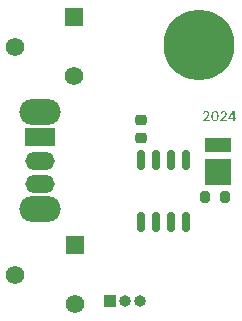
<source format=gts>
G04 #@! TF.GenerationSoftware,KiCad,Pcbnew,8.0.1*
G04 #@! TF.CreationDate,2024-07-26T02:51:08+08:00*
G04 #@! TF.ProjectId,555Sandbox,35353553-616e-4646-926f-782e6b696361,1.0.0*
G04 #@! TF.SameCoordinates,Original*
G04 #@! TF.FileFunction,Soldermask,Top*
G04 #@! TF.FilePolarity,Negative*
%FSLAX46Y46*%
G04 Gerber Fmt 4.6, Leading zero omitted, Abs format (unit mm)*
G04 Created by KiCad (PCBNEW 8.0.1) date 2024-07-26 02:51:08*
%MOMM*%
%LPD*%
G01*
G04 APERTURE LIST*
G04 Aperture macros list*
%AMRoundRect*
0 Rectangle with rounded corners*
0 $1 Rounding radius*
0 $2 $3 $4 $5 $6 $7 $8 $9 X,Y pos of 4 corners*
0 Add a 4 corners polygon primitive as box body*
4,1,4,$2,$3,$4,$5,$6,$7,$8,$9,$2,$3,0*
0 Add four circle primitives for the rounded corners*
1,1,$1+$1,$2,$3*
1,1,$1+$1,$4,$5*
1,1,$1+$1,$6,$7*
1,1,$1+$1,$8,$9*
0 Add four rect primitives between the rounded corners*
20,1,$1+$1,$2,$3,$4,$5,0*
20,1,$1+$1,$4,$5,$6,$7,0*
20,1,$1+$1,$6,$7,$8,$9,0*
20,1,$1+$1,$8,$9,$2,$3,0*%
G04 Aperture macros list end*
%ADD10C,0.112500*%
%ADD11O,1.000000X1.000000*%
%ADD12R,1.000000X1.000000*%
%ADD13RoundRect,0.150000X-0.150000X0.675000X-0.150000X-0.675000X0.150000X-0.675000X0.150000X0.675000X0*%
%ADD14R,2.200000X2.200000*%
%ADD15R,2.200000X1.250000*%
%ADD16RoundRect,0.200000X0.200000X0.275000X-0.200000X0.275000X-0.200000X-0.275000X0.200000X-0.275000X0*%
%ADD17O,3.500000X2.200000*%
%ADD18R,2.500000X1.500000*%
%ADD19O,2.500000X1.500000*%
%ADD20RoundRect,0.225000X0.250000X-0.225000X0.250000X0.225000X-0.250000X0.225000X-0.250000X-0.225000X0*%
%ADD21R,1.560000X1.560000*%
%ADD22C,1.560000*%
%ADD23C,6.000000*%
G04 APERTURE END LIST*
D10*
G36*
X92386340Y-76488322D02*
G01*
X92274892Y-76488322D01*
X92274892Y-76484145D01*
X92278708Y-76440247D01*
X92291189Y-76395232D01*
X92292257Y-76392481D01*
X92312160Y-76353184D01*
X92339308Y-76318138D01*
X92343475Y-76313786D01*
X92378944Y-76284571D01*
X92418410Y-76262969D01*
X92427666Y-76259051D01*
X92471142Y-76245957D01*
X92515845Y-76239796D01*
X92543950Y-76238828D01*
X92592078Y-76241790D01*
X92636171Y-76250677D01*
X92680011Y-76267296D01*
X92683754Y-76269163D01*
X92721514Y-76292719D01*
X92755420Y-76324579D01*
X92775858Y-76352694D01*
X92795683Y-76394374D01*
X92806358Y-76439948D01*
X92808391Y-76472495D01*
X92804647Y-76517316D01*
X92792324Y-76561511D01*
X92788828Y-76569875D01*
X92767637Y-76610559D01*
X92742717Y-76647573D01*
X92736731Y-76655384D01*
X92707110Y-76692344D01*
X92677194Y-76728095D01*
X92665070Y-76742212D01*
X92440855Y-77002258D01*
X92823559Y-77002258D01*
X92823559Y-77097000D01*
X92274892Y-77097000D01*
X92274892Y-77030394D01*
X92598685Y-76666595D01*
X92627553Y-76632214D01*
X92644627Y-76610761D01*
X92669837Y-76573031D01*
X92681996Y-76548992D01*
X92694841Y-76505286D01*
X92696943Y-76476672D01*
X92690614Y-76431254D01*
X92676940Y-76400834D01*
X92647916Y-76367732D01*
X92621985Y-76351155D01*
X92580061Y-76336936D01*
X92543510Y-76333570D01*
X92497568Y-76338955D01*
X92458660Y-76355112D01*
X92424201Y-76383659D01*
X92404805Y-76411825D01*
X92389874Y-76453340D01*
X92386340Y-76488322D01*
G37*
G36*
X93331175Y-76242111D02*
G01*
X93378834Y-76253655D01*
X93421902Y-76273510D01*
X93448063Y-76291364D01*
X93483255Y-76324220D01*
X93510303Y-76358972D01*
X93533367Y-76398945D01*
X93550279Y-76438203D01*
X93564069Y-76480974D01*
X93574472Y-76526963D01*
X93581488Y-76576171D01*
X93584806Y-76620910D01*
X93585670Y-76660000D01*
X93585670Y-76691214D01*
X93584406Y-76737692D01*
X93580614Y-76781945D01*
X93573327Y-76829068D01*
X93565447Y-76863772D01*
X93551120Y-76909891D01*
X93533144Y-76951802D01*
X93509155Y-76993045D01*
X93506755Y-76996542D01*
X93478178Y-77031686D01*
X93442145Y-77062974D01*
X93411793Y-77081612D01*
X93367394Y-77099562D01*
X93322838Y-77108738D01*
X93283639Y-77111068D01*
X93237670Y-77107812D01*
X93190092Y-77096365D01*
X93146897Y-77076676D01*
X93120534Y-77058971D01*
X93085095Y-77026239D01*
X93057827Y-76991597D01*
X93034544Y-76951734D01*
X93017439Y-76912572D01*
X93003563Y-76869747D01*
X92993096Y-76823788D01*
X92986036Y-76774695D01*
X92982698Y-76730120D01*
X92981828Y-76691214D01*
X92981828Y-76690335D01*
X93093276Y-76690335D01*
X93094733Y-76739245D01*
X93099102Y-76784637D01*
X93107498Y-76831500D01*
X93116577Y-76864871D01*
X93133145Y-76907199D01*
X93155684Y-76946173D01*
X93182742Y-76977198D01*
X93220073Y-77002532D01*
X93262410Y-77014951D01*
X93283639Y-77016326D01*
X93329068Y-77009868D01*
X93368911Y-76990496D01*
X93385415Y-76977198D01*
X93414648Y-76942958D01*
X93436610Y-76903262D01*
X93451141Y-76864871D01*
X93462298Y-76821471D01*
X93469804Y-76773619D01*
X93473410Y-76727347D01*
X93474222Y-76690335D01*
X93474222Y-76660220D01*
X93472779Y-76611297D01*
X93468452Y-76565863D01*
X93460134Y-76518921D01*
X93451141Y-76485464D01*
X93434805Y-76442926D01*
X93412422Y-76403869D01*
X93385415Y-76372917D01*
X93348151Y-76347441D01*
X93305301Y-76334953D01*
X93283639Y-76333570D01*
X93238991Y-76340064D01*
X93199350Y-76359545D01*
X93182742Y-76372917D01*
X93153448Y-76407085D01*
X93131320Y-76446878D01*
X93116577Y-76485464D01*
X93105314Y-76528971D01*
X93097736Y-76576894D01*
X93094096Y-76623200D01*
X93093276Y-76660220D01*
X93093276Y-76690335D01*
X92981828Y-76690335D01*
X92981828Y-76660000D01*
X92983088Y-76613715D01*
X92986867Y-76569655D01*
X92994460Y-76521065D01*
X93005482Y-76475504D01*
X93017659Y-76438863D01*
X93037566Y-76394033D01*
X93061458Y-76354507D01*
X93089333Y-76320284D01*
X93121193Y-76291364D01*
X93161520Y-76265968D01*
X93206333Y-76248884D01*
X93249932Y-76240675D01*
X93284958Y-76238828D01*
X93331175Y-76242111D01*
G37*
G36*
X93860883Y-76488322D02*
G01*
X93749435Y-76488322D01*
X93749435Y-76484145D01*
X93753250Y-76440247D01*
X93765732Y-76395232D01*
X93766800Y-76392481D01*
X93786703Y-76353184D01*
X93813851Y-76318138D01*
X93818018Y-76313786D01*
X93853486Y-76284571D01*
X93892952Y-76262969D01*
X93902209Y-76259051D01*
X93945684Y-76245957D01*
X93990388Y-76239796D01*
X94018493Y-76238828D01*
X94066621Y-76241790D01*
X94110713Y-76250677D01*
X94154554Y-76267296D01*
X94158297Y-76269163D01*
X94196057Y-76292719D01*
X94229963Y-76324579D01*
X94250401Y-76352694D01*
X94270226Y-76394374D01*
X94280901Y-76439948D01*
X94282934Y-76472495D01*
X94279190Y-76517316D01*
X94266867Y-76561511D01*
X94263371Y-76569875D01*
X94242180Y-76610559D01*
X94217260Y-76647573D01*
X94211274Y-76655384D01*
X94181653Y-76692344D01*
X94151737Y-76728095D01*
X94139613Y-76742212D01*
X93915398Y-77002258D01*
X94298102Y-77002258D01*
X94298102Y-77097000D01*
X93749435Y-77097000D01*
X93749435Y-77030394D01*
X94073227Y-76666595D01*
X94102096Y-76632214D01*
X94119170Y-76610761D01*
X94144380Y-76573031D01*
X94156539Y-76548992D01*
X94169384Y-76505286D01*
X94171486Y-76476672D01*
X94165157Y-76431254D01*
X94151483Y-76400834D01*
X94122459Y-76367732D01*
X94096528Y-76351155D01*
X94054604Y-76336936D01*
X94018053Y-76333570D01*
X93972111Y-76338955D01*
X93933203Y-76355112D01*
X93898744Y-76383659D01*
X93879348Y-76411825D01*
X93864417Y-76453340D01*
X93860883Y-76488322D01*
G37*
G36*
X94936235Y-76829700D02*
G01*
X95035813Y-76829700D01*
X95035813Y-76924442D01*
X94936235Y-76924442D01*
X94936235Y-77097000D01*
X94824787Y-77097000D01*
X94824787Y-76924442D01*
X94416804Y-76924442D01*
X94416804Y-76829700D01*
X94528692Y-76829700D01*
X94824787Y-76829700D01*
X94824787Y-76351375D01*
X94818632Y-76351375D01*
X94791097Y-76393900D01*
X94763393Y-76437228D01*
X94735518Y-76481360D01*
X94712159Y-76518750D01*
X94688682Y-76556699D01*
X94669815Y-76587460D01*
X94646489Y-76625948D01*
X94623636Y-76664199D01*
X94601255Y-76702214D01*
X94575021Y-76747521D01*
X94549467Y-76792488D01*
X94528692Y-76829700D01*
X94416804Y-76829700D01*
X94416804Y-76829041D01*
X94441744Y-76783862D01*
X94467242Y-76738726D01*
X94493298Y-76693633D01*
X94519913Y-76648583D01*
X94547085Y-76603576D01*
X94574816Y-76558612D01*
X94586064Y-76540639D01*
X94614270Y-76495708D01*
X94642423Y-76450766D01*
X94670522Y-76405814D01*
X94698567Y-76360851D01*
X94726558Y-76315877D01*
X94754496Y-76270893D01*
X94765656Y-76252896D01*
X94936235Y-76252896D01*
X94936235Y-76829700D01*
G37*
D11*
X86915000Y-92300000D03*
X85645000Y-92300000D03*
D12*
X84375000Y-92300000D03*
D13*
X90855000Y-85625000D03*
X89585000Y-85625000D03*
X88315000Y-85625000D03*
X87045000Y-85625000D03*
X87045000Y-80375000D03*
X88315000Y-80375000D03*
X89585000Y-80375000D03*
X90855000Y-80375000D03*
D14*
X93500000Y-81400000D03*
D15*
X93500000Y-79125000D03*
D16*
X94125000Y-83500000D03*
X92475000Y-83500000D03*
D17*
X78450000Y-76350000D03*
X78450000Y-84550000D03*
D18*
X78450000Y-78450000D03*
D19*
X78450000Y-80450000D03*
X78450000Y-82450000D03*
D20*
X87050000Y-78575000D03*
X87050000Y-77025000D03*
D21*
X81350000Y-68300000D03*
D22*
X76350000Y-70800000D03*
X81350000Y-73300000D03*
D23*
X91950000Y-70700000D03*
D21*
X81390000Y-87600000D03*
D22*
X76390000Y-90100000D03*
X81390000Y-92600000D03*
M02*

</source>
